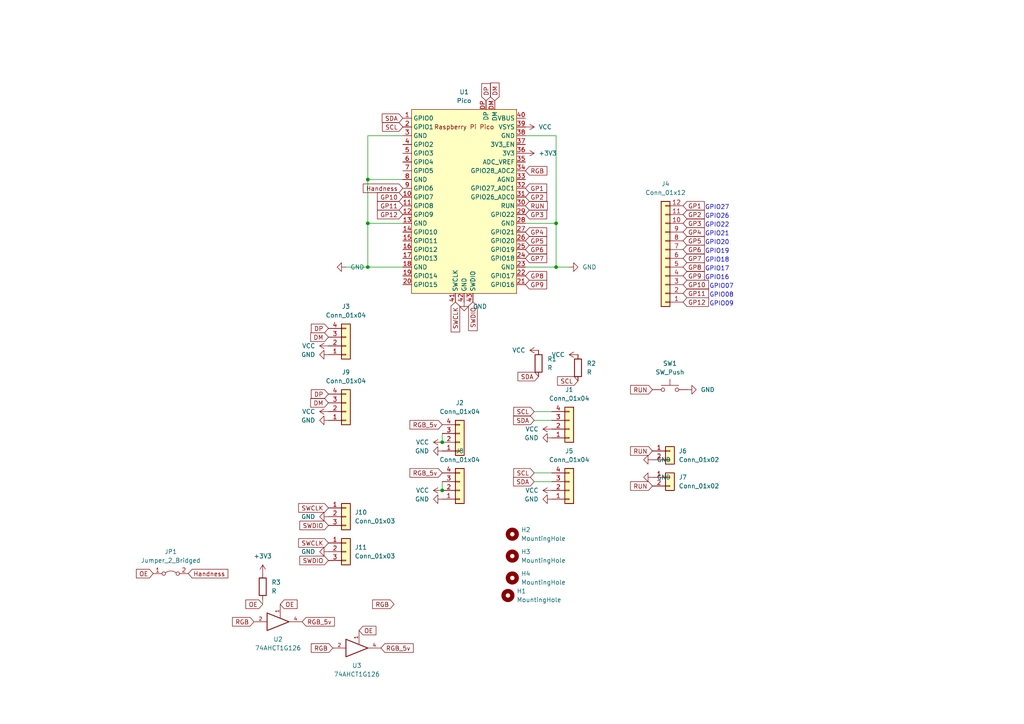
<source format=kicad_sch>
(kicad_sch (version 20211123) (generator eeschema)
  (paper "A4")
  (lib_symbols
    (symbol "74xGxx:74AHCT1G126" (pin_names (offset 1.016))
      (property "Reference" "U" (at -2.54 3.81 0))
      (property "Value" "74AHCT1G126" (at 0 -3.81 0))
      (symbol "74AHCT1G126_0_1"
        (polyline (pts (xy -3.81 2.54) (xy -3.81 -2.54) (xy 2.54 0) (xy -3.81 2.54)) (stroke (width 0.254)))
      )
      (symbol "74AHCT1G126_1_1"
        (pin input line (at 0 5.08 270) (length 3.937) (name "~") (number "1"))
        (pin input line (at -7.62 0 0) (length 3.81) (name "~") (number "2"))
        (pin power_in line (at 1.27 -1.27 270) (length 0) hide (name "GND") (number "3"))
        (pin tri_state line (at 6.35 0 180) (length 3.81) (name "~") (number "4"))
        (pin power_in line (at 1.27 1.27 90) (length 0) hide (name "VCC") (number "5"))
      )
    )
    (symbol "Connector_Generic:Conn_01x02" (pin_names (offset 1.016) hide)
      (property "Reference" "J" (at 0 2.54 0))
      (property "Value" "Conn_01x02" (at 0 -5.08 0))
      (symbol "Conn_01x02_1_1"
        (rectangle (start -1.27 -2.413) (end 0 -2.667) (stroke (width 0.1524)))
        (rectangle (start -1.27 0.127) (end 0 -0.127) (stroke (width 0.1524)))
        (rectangle (start -1.27 1.27) (end 1.27 -3.81) (stroke (width 0.254)) (fill (type background)))
        (pin passive line (at -5.08 0 0) (length 3.81) (name "Pin_1") (number "1"))
        (pin passive line (at -5.08 -2.54 0) (length 3.81) (name "Pin_2") (number "2"))
      )
    )
    (symbol "Connector_Generic:Conn_01x03" (pin_names (offset 1.016) hide)
      (property "Reference" "J" (at 0 5.08 0))
      (property "Value" "Conn_01x03" (at 0 -5.08 0))
      (symbol "Conn_01x03_1_1"
        (rectangle (start -1.27 -2.413) (end 0 -2.667) (stroke (width 0.1524)))
        (rectangle (start -1.27 0.127) (end 0 -0.127) (stroke (width 0.1524)))
        (rectangle (start -1.27 2.667) (end 0 2.413) (stroke (width 0.1524)))
        (rectangle (start -1.27 3.81) (end 1.27 -3.81) (stroke (width 0.254)) (fill (type background)))
        (pin passive line (at -5.08 2.54 0) (length 3.81) (name "Pin_1") (number "1"))
        (pin passive line (at -5.08 0 0) (length 3.81) (name "Pin_2") (number "2"))
        (pin passive line (at -5.08 -2.54 0) (length 3.81) (name "Pin_3") (number "3"))
      )
    )
    (symbol "Connector_Generic:Conn_01x04" (pin_names (offset 1.016) hide)
      (property "Reference" "J" (at 0 5.08 0))
      (property "Value" "Conn_01x04" (at 0 -7.62 0))
      (symbol "Conn_01x04_1_1"
        (rectangle (start -1.27 -4.953) (end 0 -5.207) (stroke (width 0.1524)))
        (rectangle (start -1.27 -2.413) (end 0 -2.667) (stroke (width 0.1524)))
        (rectangle (start -1.27 0.127) (end 0 -0.127) (stroke (width 0.1524)))
        (rectangle (start -1.27 2.667) (end 0 2.413) (stroke (width 0.1524)))
        (rectangle (start -1.27 3.81) (end 1.27 -6.35) (stroke (width 0.254)) (fill (type background)))
        (pin passive line (at -5.08 2.54 0) (length 3.81) (name "Pin_1") (number "1"))
        (pin passive line (at -5.08 0 0) (length 3.81) (name "Pin_2") (number "2"))
        (pin passive line (at -5.08 -2.54 0) (length 3.81) (name "Pin_3") (number "3"))
        (pin passive line (at -5.08 -5.08 0) (length 3.81) (name "Pin_4") (number "4"))
      )
    )
    (symbol "Connector_Generic:Conn_01x12" (pin_names (offset 1.016) hide)
      (property "Reference" "J" (at 0 15.24 0))
      (property "Value" "Conn_01x12" (at 0 -17.78 0))
      (symbol "Conn_01x12_1_1"
        (rectangle (start -1.27 -15.113) (end 0 -15.367) (stroke (width 0.1524)))
        (rectangle (start -1.27 -12.573) (end 0 -12.827) (stroke (width 0.1524)))
        (rectangle (start -1.27 -10.033) (end 0 -10.287) (stroke (width 0.1524)))
        (rectangle (start -1.27 -7.493) (end 0 -7.747) (stroke (width 0.1524)))
        (rectangle (start -1.27 -4.953) (end 0 -5.207) (stroke (width 0.1524)))
        (rectangle (start -1.27 -2.413) (end 0 -2.667) (stroke (width 0.1524)))
        (rectangle (start -1.27 0.127) (end 0 -0.127) (stroke (width 0.1524)))
        (rectangle (start -1.27 2.667) (end 0 2.413) (stroke (width 0.1524)))
        (rectangle (start -1.27 5.207) (end 0 4.953) (stroke (width 0.1524)))
        (rectangle (start -1.27 7.747) (end 0 7.493) (stroke (width 0.1524)))
        (rectangle (start -1.27 10.287) (end 0 10.033) (stroke (width 0.1524)))
        (rectangle (start -1.27 12.827) (end 0 12.573) (stroke (width 0.1524)))
        (rectangle (start -1.27 13.97) (end 1.27 -16.51) (stroke (width 0.254)) (fill (type background)))
        (pin passive line (at -5.08 12.7 0) (length 3.81) (name "Pin_1") (number "1"))
        (pin passive line (at -5.08 -10.16 0) (length 3.81) (name "Pin_10") (number "10"))
        (pin passive line (at -5.08 -12.7 0) (length 3.81) (name "Pin_11") (number "11"))
        (pin passive line (at -5.08 -15.24 0) (length 3.81) (name "Pin_12") (number "12"))
        (pin passive line (at -5.08 10.16 0) (length 3.81) (name "Pin_2") (number "2"))
        (pin passive line (at -5.08 7.62 0) (length 3.81) (name "Pin_3") (number "3"))
        (pin passive line (at -5.08 5.08 0) (length 3.81) (name "Pin_4") (number "4"))
        (pin passive line (at -5.08 2.54 0) (length 3.81) (name "Pin_5") (number "5"))
        (pin passive line (at -5.08 0 0) (length 3.81) (name "Pin_6") (number "6"))
        (pin passive line (at -5.08 -2.54 0) (length 3.81) (name "Pin_7") (number "7"))
        (pin passive line (at -5.08 -5.08 0) (length 3.81) (name "Pin_8") (number "8"))
        (pin passive line (at -5.08 -7.62 0) (length 3.81) (name "Pin_9") (number "9"))
      )
    )
    (symbol "Device:R" (pin_numbers hide) (pin_names (offset 0))
      (property "Reference" "R" (at 2.032 0 90))
      (property "Value" "R" (at 0 0 90))
      (symbol "R_0_1"
        (rectangle (start -1.016 -2.54) (end 1.016 2.54) (stroke (width 0.254)))
      )
      (symbol "R_1_1"
        (pin passive line (at 0 3.81 270) (length 1.27) (name "~") (number "1"))
        (pin passive line (at 0 -3.81 90) (length 1.27) (name "~") (number "2"))
      )
    )
    (symbol "Jumper:Jumper_2_Bridged" (pin_names (offset 0) hide)
      (property "Reference" "JP" (at 0 1.905 0))
      (property "Value" "Jumper_2_Bridged" (at 0 -2.54 0))
      (symbol "Jumper_2_Bridged_0_0"
        (circle (center -2.032 0) (radius 0.508))
        (circle (center 2.032 0) (radius 0.508))
      )
      (symbol "Jumper_2_Bridged_0_1"
        (arc (start 1.524 0.254) (mid 0 0.762) (end -1.524 0.254))
      )
      (symbol "Jumper_2_Bridged_1_1"
        (pin passive line (at -5.08 0 0) (length 2.54) (name "A") (number "1"))
        (pin passive line (at 5.08 0 180) (length 2.54) (name "B") (number "2"))
      )
    )
    (symbol "Mechanical:MountingHole" (pin_names (offset 1.016))
      (property "Reference" "H" (at 0 5.08 0))
      (property "Value" "MountingHole" (at 0 3.175 0))
      (symbol "MountingHole_0_1"
        (circle (center 0 0) (radius 1.27) (stroke (width 1.27)))
      )
    )
    (symbol "Switch:SW_Push" (pin_numbers hide) (pin_names (offset 1.016) hide)
      (property "Reference" "SW" (at 1.27 2.54 0))
      (property "Value" "SW_Push" (at 0 -1.524 0))
      (symbol "SW_Push_0_1"
        (circle (center -2.032 0) (radius 0.508))
        (polyline (pts (xy 0 1.27) (xy 0 3.048)))
        (polyline (pts (xy 2.54 1.27) (xy -2.54 1.27)))
        (circle (center 2.032 0) (radius 0.508))
        (pin passive line (at -5.08 0 0) (length 2.54) (name "1") (number "1"))
        (pin passive line (at 5.08 0 180) (length 2.54) (name "2") (number "2"))
      )
    )
    (symbol "pico:Pico"
      (property "Reference" "U1" (at 0 31.75 0))
      (property "Value" "Pico" (at 0 29.21 0))
      (symbol "Pico_0_0"
        (text "Raspberry Pi Pico" (at 0 21.59 0) (effects (font (size 1.27 1.27))))
      )
      (symbol "Pico_0_1"
        (rectangle (start -15.24 26.67) (end 15.24 -26.67) (fill (type background)))
      )
      (symbol "Pico_1_1"
        (pin bidirectional line (at -17.78 24.13 0) (length 2.54) (name "GPIO0") (number "1"))
        (pin bidirectional line (at -17.78 1.27 0) (length 2.54) (name "GPIO7") (number "10"))
        (pin bidirectional line (at -17.78 -1.27 0) (length 2.54) (name "GPIO8") (number "11"))
        (pin bidirectional line (at -17.78 -3.81 0) (length 2.54) (name "GPIO9") (number "12"))
        (pin power_in line (at -17.78 -6.35 0) (length 2.54) (name "GND") (number "13"))
        (pin bidirectional line (at -17.78 -8.89 0) (length 2.54) (name "GPIO10") (number "14"))
        (pin bidirectional line (at -17.78 -11.43 0) (length 2.54) (name "GPIO11") (number "15"))
        (pin bidirectional line (at -17.78 -13.97 0) (length 2.54) (name "GPIO12") (number "16"))
        (pin bidirectional line (at -17.78 -16.51 0) (length 2.54) (name "GPIO13") (number "17"))
        (pin power_in line (at -17.78 -19.05 0) (length 2.54) (name "GND") (number "18"))
        (pin bidirectional line (at -17.78 -21.59 0) (length 2.54) (name "GPIO14") (number "19"))
        (pin bidirectional line (at -17.78 21.59 0) (length 2.54) (name "GPIO1") (number "2"))
        (pin bidirectional line (at -17.78 -24.13 0) (length 2.54) (name "GPIO15") (number "20"))
        (pin bidirectional line (at 17.78 -24.13 180) (length 2.54) (name "GPIO16") (number "21"))
        (pin bidirectional line (at 17.78 -21.59 180) (length 2.54) (name "GPIO17") (number "22"))
        (pin power_in line (at 17.78 -19.05 180) (length 2.54) (name "GND") (number "23"))
        (pin bidirectional line (at 17.78 -16.51 180) (length 2.54) (name "GPIO18") (number "24"))
        (pin bidirectional line (at 17.78 -13.97 180) (length 2.54) (name "GPIO19") (number "25"))
        (pin bidirectional line (at 17.78 -11.43 180) (length 2.54) (name "GPIO20") (number "26"))
        (pin bidirectional line (at 17.78 -8.89 180) (length 2.54) (name "GPIO21") (number "27"))
        (pin power_in line (at 17.78 -6.35 180) (length 2.54) (name "GND") (number "28"))
        (pin bidirectional line (at 17.78 -3.81 180) (length 2.54) (name "GPIO22") (number "29"))
        (pin power_in line (at -17.78 19.05 0) (length 2.54) (name "GND") (number "3"))
        (pin input line (at 17.78 -1.27 180) (length 2.54) (name "RUN") (number "30"))
        (pin bidirectional line (at 17.78 1.27 180) (length 2.54) (name "GPIO26_ADC0") (number "31"))
        (pin bidirectional line (at 17.78 3.81 180) (length 2.54) (name "GPIO27_ADC1") (number "32"))
        (pin power_in line (at 17.78 6.35 180) (length 2.54) (name "AGND") (number "33"))
        (pin bidirectional line (at 17.78 8.89 180) (length 2.54) (name "GPIO28_ADC2") (number "34"))
        (pin power_in line (at 17.78 11.43 180) (length 2.54) (name "ADC_VREF") (number "35"))
        (pin power_in line (at 17.78 13.97 180) (length 2.54) (name "3V3") (number "36"))
        (pin input line (at 17.78 16.51 180) (length 2.54) (name "3V3_EN") (number "37"))
        (pin bidirectional line (at 17.78 19.05 180) (length 2.54) (name "GND") (number "38"))
        (pin power_in line (at 17.78 21.59 180) (length 2.54) (name "VSYS") (number "39"))
        (pin bidirectional line (at -17.78 16.51 0) (length 2.54) (name "GPIO2") (number "4"))
        (pin power_in line (at 17.78 24.13 180) (length 2.54) (name "VBUS") (number "40"))
        (pin input line (at -2.54 -29.21 90) (length 2.54) (name "SWCLK") (number "41"))
        (pin power_in line (at 0 -29.21 90) (length 2.54) (name "GND") (number "42"))
        (pin bidirectional line (at 2.54 -29.21 90) (length 2.54) (name "SWDIO") (number "43"))
        (pin bidirectional line (at -17.78 13.97 0) (length 2.54) (name "GPIO3") (number "5"))
        (pin bidirectional line (at -17.78 11.43 0) (length 2.54) (name "GPIO4") (number "6"))
        (pin bidirectional line (at -17.78 8.89 0) (length 2.54) (name "GPIO5") (number "7"))
        (pin power_in line (at -17.78 6.35 0) (length 2.54) (name "GND") (number "8"))
        (pin bidirectional line (at -17.78 3.81 0) (length 2.54) (name "GPIO6") (number "9"))
        (pin bidirectional line (at 8.89 29.21 270) (length 2.54) (name "DM") (number "DM"))
        (pin bidirectional line (at 6.35 29.21 270) (length 2.54) (name "DP") (number "DP"))
      )
    )
    (symbol "power:+3.3V" (power) (pin_names (offset 0))
      (property "Value" "+3.3V" (at 0 3.556 0))
      (symbol "+3.3V_0_1"
        (polyline (pts (xy -0.762 1.27) (xy 0 2.54)))
        (polyline (pts (xy 0 0) (xy 0 2.54)))
        (polyline (pts (xy 0 2.54) (xy 0.762 1.27)))
      )
      (symbol "+3.3V_1_1"
        (pin power_in line (at 0 0 90) (length 0) hide (name "+3V3") (number "1"))
      )
    )
    (symbol "power:GND" (power) (pin_names (offset 0))
      (property "Value" "GND" (at 0 -3.81 0))
      (symbol "GND_0_1"
        (polyline (pts (xy 0 0) (xy 0 -1.27) (xy 1.27 -1.27) (xy 0 -2.54) (xy -1.27 -1.27) (xy 0 -1.27)))
      )
      (symbol "GND_1_1"
        (pin power_in line (at 0 0 270) (length 0) hide (name "GND") (number "1"))
      )
    )
    (symbol "power:VCC" (power) (pin_names (offset 0))
      (property "Value" "VCC" (at 0 3.81 0))
      (symbol "VCC_0_1"
        (polyline (pts (xy -0.762 1.27) (xy 0 2.54)))
        (polyline (pts (xy 0 0) (xy 0 2.54)))
        (polyline (pts (xy 0 2.54) (xy 0.762 1.27)))
      )
      (symbol "VCC_1_1"
        (pin power_in line (at 0 0 90) (length 0) hide (name "VCC") (number "1"))
      )
    )
  )
  (junction (at 128.27 142.24))
  (junction (at 106.68 52.07))
  (junction (at 106.68 64.77))
  (junction (at 161.29 77.47))
  (junction (at 106.68 77.47))
  (junction (at 128.27 128.27))
  (junction (at 161.29 64.77))
  (wire (pts (xy 128.27 139.7) (xy 128.27 142.24)))
  (wire (pts (xy 106.68 39.37) (xy 116.84 39.37)))
  (wire (pts (xy 100.33 77.47) (xy 106.68 77.47)))
  (wire (pts (xy 106.68 64.77) (xy 116.84 64.77)))
  (wire (pts (xy 106.68 77.47) (xy 116.84 77.47)))
  (wire (pts (xy 161.29 64.77) (xy 161.29 77.47)))
  (wire (pts (xy 154.94 139.7) (xy 160.02 139.7)))
  (wire (pts (xy 152.4 64.77) (xy 161.29 64.77)))
  (wire (pts (xy 106.68 52.07) (xy 106.68 39.37)))
  (wire (pts (xy 76.2 175.26) (xy 76.2 173.99)))
  (wire (pts (xy 154.94 119.38) (xy 160.02 119.38)))
  (wire (pts (xy 161.29 39.37) (xy 161.29 64.77)))
  (wire (pts (xy 154.94 121.92) (xy 160.02 121.92)))
  (wire (pts (xy 128.27 125.73) (xy 128.27 128.27)))
  (wire (pts (xy 165.1 77.47) (xy 161.29 77.47)))
  (wire (pts (xy 106.68 52.07) (xy 116.84 52.07)))
  (wire (pts (xy 161.29 77.47) (xy 152.4 77.47)))
  (wire (pts (xy 106.68 64.77) (xy 106.68 52.07)))
  (wire (pts (xy 106.68 77.47) (xy 106.68 64.77)))
  (wire (pts (xy 154.94 137.16) (xy 160.02 137.16)))
  (wire (pts (xy 152.4 39.37) (xy 161.29 39.37)))
  (text "GPIO27" (at 204.47 60.96 0) (effects (font (size 1.27 1.27)) (justify left bottom)))
  (text "GPIO08" (at 205.74 86.36 0) (effects (font (size 1.27 1.27)) (justify left bottom)))
  (text "GPIO22" (at 204.47 66.04 0) (effects (font (size 1.27 1.27)) (justify left bottom)))
  (text "GPIO18" (at 204.47 76.2 0) (effects (font (size 1.27 1.27)) (justify left bottom)))
  (text "GPIO21" (at 204.47 68.58 0) (effects (font (size 1.27 1.27)) (justify left bottom)))
  (text "GPIO20" (at 204.47 71.12 0) (effects (font (size 1.27 1.27)) (justify left bottom)))
  (text "GPIO17" (at 204.47 78.74 0) (effects (font (size 1.27 1.27)) (justify left bottom)))
  (text "GPIO16" (at 204.47 81.28 0) (effects (font (size 1.27 1.27)) (justify left bottom)))
  (text "GPIO26\n" (at 204.47 63.5 0) (effects (font (size 1.27 1.27)) (justify left bottom)))
  (text "GPIO19" (at 204.47 73.66 0) (effects (font (size 1.27 1.27)) (justify left bottom)))
  (text "GPIO07" (at 205.74 83.82 0) (effects (font (size 1.27 1.27)) (justify left bottom)))
  (text "GPIO09" (at 205.74 88.9 0) (effects (font (size 1.27 1.27)) (justify left bottom)))
  (global_label "DP" (shape input) (at 95.25 114.3 180) (property "Intersheet References" "${INTERSHEET_REFS}" (effects hide)))
  (global_label "SDA" (shape input) (at 116.84 34.29 180) (property "Intersheet References" "${INTERSHEET_REFS}" (effects hide)))
  (global_label "GP4" (shape input) (at 198.12 67.31 0) (property "Intersheet References" "${INTERSHEET_REFS}" (effects hide)))
  (global_label "OE" (shape input) (at 76.2 175.26 180) (property "Intersheet References" "${INTERSHEET_REFS}" (effects hide)))
  (global_label "SWCLK" (shape input) (at 132.08 87.63 270) (property "Intersheet References" "${INTERSHEET_REFS}" (effects hide)))
  (global_label "GP6" (shape input) (at 152.4 72.39 0) (property "Intersheet References" "${INTERSHEET_REFS}" (effects hide)))
  (global_label "SCL" (shape input) (at 154.94 137.16 180) (property "Intersheet References" "${INTERSHEET_REFS}" (effects hide)))
  (global_label "OE" (shape input) (at 44.45 166.37 180) (property "Intersheet References" "${INTERSHEET_REFS}" (effects hide)))
  (global_label "RGB_5v" (shape input) (at 128.27 123.19 180) (property "Intersheet References" "${INTERSHEET_REFS}" (effects hide)))
  (global_label "GP4" (shape input) (at 152.4 67.31 0) (property "Intersheet References" "${INTERSHEET_REFS}" (effects hide)))
  (global_label "GP6" (shape input) (at 198.12 72.39 0) (property "Intersheet References" "${INTERSHEET_REFS}" (effects hide)))
  (global_label "GP3" (shape input) (at 152.4 62.23 0) (property "Intersheet References" "${INTERSHEET_REFS}" (effects hide)))
  (global_label "RGB" (shape input) (at 152.4 49.53 0) (property "Intersheet References" "${INTERSHEET_REFS}" (effects hide)))
  (global_label "GP11" (shape input) (at 116.84 59.69 180) (property "Intersheet References" "${INTERSHEET_REFS}" (effects hide)))
  (global_label "DM" (shape input) (at 95.25 97.79 180) (property "Intersheet References" "${INTERSHEET_REFS}" (effects hide)))
  (global_label "GP2" (shape input) (at 152.4 57.15 0) (property "Intersheet References" "${INTERSHEET_REFS}" (effects hide)))
  (global_label "GP11" (shape input) (at 198.12 85.09 0) (property "Intersheet References" "${INTERSHEET_REFS}" (effects hide)))
  (global_label "SWDIO" (shape input) (at 95.25 152.4 180) (property "Intersheet References" "${INTERSHEET_REFS}" (effects hide)))
  (global_label "GP8" (shape input) (at 152.4 80.01 0) (property "Intersheet References" "${INTERSHEET_REFS}" (effects hide)))
  (global_label "RGB" (shape input) (at 73.66 180.34 180) (property "Intersheet References" "${INTERSHEET_REFS}" (effects hide)))
  (global_label "SWDIO" (shape input) (at 137.16 87.63 270) (property "Intersheet References" "${INTERSHEET_REFS}" (effects hide)))
  (global_label "GP3" (shape input) (at 198.12 64.77 0) (property "Intersheet References" "${INTERSHEET_REFS}" (effects hide)))
  (global_label "SDA" (shape input) (at 154.94 139.7 180) (property "Intersheet References" "${INTERSHEET_REFS}" (effects hide)))
  (global_label "Handness" (shape input) (at 116.84 54.61 180) (property "Intersheet References" "${INTERSHEET_REFS}" (effects hide)))
  (global_label "DM" (shape input) (at 95.25 116.84 180) (property "Intersheet References" "${INTERSHEET_REFS}" (effects hide)))
  (global_label "DP" (shape input) (at 95.25 95.25 180) (property "Intersheet References" "${INTERSHEET_REFS}" (effects hide)))
  (global_label "GP1" (shape input) (at 198.12 59.69 0) (property "Intersheet References" "${INTERSHEET_REFS}" (effects hide)))
  (global_label "RGB_5v" (shape input) (at 110.49 187.96 0) (property "Intersheet References" "${INTERSHEET_REFS}" (effects hide)))
  (global_label "GP12" (shape input) (at 198.12 87.63 0) (property "Intersheet References" "${INTERSHEET_REFS}" (effects hide)))
  (global_label "RUN" (shape input) (at 189.23 140.97 180) (property "Intersheet References" "${INTERSHEET_REFS}" (effects hide)))
  (global_label "SWDIO" (shape input) (at 95.25 162.56 180) (property "Intersheet References" "${INTERSHEET_REFS}" (effects hide)))
  (global_label "RUN" (shape input) (at 189.23 130.81 180) (property "Intersheet References" "${INTERSHEET_REFS}" (effects hide)))
  (global_label "RUN" (shape input) (at 152.4 59.69 0) (property "Intersheet References" "${INTERSHEET_REFS}" (effects hide)))
  (global_label "RGB" (shape input) (at 114.3 175.26 180) (property "Intersheet References" "${INTERSHEET_REFS}" (effects hide)))
  (global_label "GP7" (shape input) (at 198.12 74.93 0) (property "Intersheet References" "${INTERSHEET_REFS}" (effects hide)))
  (global_label "GP9" (shape input) (at 198.12 80.01 0) (property "Intersheet References" "${INTERSHEET_REFS}" (effects hide)))
  (global_label "RGB_5v" (shape input) (at 87.63 180.34 0) (property "Intersheet References" "${INTERSHEET_REFS}" (effects hide)))
  (global_label "GP8" (shape input) (at 198.12 77.47 0) (property "Intersheet References" "${INTERSHEET_REFS}" (effects hide)))
  (global_label "SWCLK" (shape input) (at 95.25 157.48 180) (property "Intersheet References" "${INTERSHEET_REFS}" (effects hide)))
  (global_label "GP10" (shape input) (at 198.12 82.55 0) (property "Intersheet References" "${INTERSHEET_REFS}" (effects hide)))
  (global_label "SWCLK" (shape input) (at 95.25 147.32 180) (property "Intersheet References" "${INTERSHEET_REFS}" (effects hide)))
  (global_label "GP7" (shape input) (at 152.4 74.93 0) (property "Intersheet References" "${INTERSHEET_REFS}" (effects hide)))
  (global_label "SCL" (shape input) (at 116.84 36.83 180) (property "Intersheet References" "${INTERSHEET_REFS}" (effects hide)))
  (global_label "Handness" (shape input) (at 54.61 166.37 0) (property "Intersheet References" "${INTERSHEET_REFS}" (effects hide)))
  (global_label "GP5" (shape input) (at 152.4 69.85 0) (property "Intersheet References" "${INTERSHEET_REFS}" (effects hide)))
  (global_label "GP2" (shape input) (at 198.12 62.23 0) (property "Intersheet References" "${INTERSHEET_REFS}" (effects hide)))
  (global_label "SDA" (shape input) (at 154.94 121.92 180) (property "Intersheet References" "${INTERSHEET_REFS}" (effects hide)))
  (global_label "SCL" (shape input) (at 154.94 119.38 180) (property "Intersheet References" "${INTERSHEET_REFS}" (effects hide)))
  (global_label "GP10" (shape input) (at 116.84 57.15 180) (property "Intersheet References" "${INTERSHEET_REFS}" (effects hide)))
  (global_label "RGB_5v" (shape input) (at 128.27 137.16 180) (property "Intersheet References" "${INTERSHEET_REFS}" (effects hide)))
  (global_label "GP5" (shape input) (at 198.12 69.85 0) (property "Intersheet References" "${INTERSHEET_REFS}" (effects hide)))
  (global_label "SCL" (shape input) (at 167.64 110.49 180) (property "Intersheet References" "${INTERSHEET_REFS}" (effects hide)))
  (global_label "DP" (shape input) (at 140.97 29.21 90) (property "Intersheet References" "${INTERSHEET_REFS}" (effects hide)))
  (global_label "GP9" (shape input) (at 152.4 82.55 0) (property "Intersheet References" "${INTERSHEET_REFS}" (effects hide)))
  (global_label "SDA" (shape input) (at 156.21 109.22 180) (property "Intersheet References" "${INTERSHEET_REFS}" (effects hide)))
  (global_label "GP12" (shape input) (at 116.84 62.23 180) (property "Intersheet References" "${INTERSHEET_REFS}" (effects hide)))
  (global_label "DM" (shape input) (at 143.51 29.21 90) (property "Intersheet References" "${INTERSHEET_REFS}" (effects hide)))
  (global_label "RGB" (shape input) (at 96.52 187.96 180) (property "Intersheet References" "${INTERSHEET_REFS}" (effects hide)))
  (global_label "OE" (shape input) (at 104.14 182.88 0) (property "Intersheet References" "${INTERSHEET_REFS}" (effects hide)))
  (global_label "OE" (shape input) (at 81.28 175.26 0) (property "Intersheet References" "${INTERSHEET_REFS}" (effects hide)))
  (global_label "GP1" (shape input) (at 152.4 54.61 0) (property "Intersheet References" "${INTERSHEET_REFS}" (effects hide)))
  (global_label "RUN" (shape input) (at 189.23 113.03 180) (property "Intersheet References" "${INTERSHEET_REFS}" (effects hide)))
  (symbol (lib_id "Connector_Generic:Conn_01x12") (at 193.04 74.93 180) (unit 1)
    (property "Reference" "J4" (at 193.04 53.34 0))
    (property "Value" "Conn_01x12" (at 193.04 55.88 0))
    (property "Footprint" "ergodash_controller:HDGC_1.0K-J-12PW" (effects hide))
  )
  (symbol (lib_id "power:GND") (at 189.23 138.43 270) (unit 1)
    (property "Reference" "#PWR0109" (effects hide))
    (property "Value" "GND" (at 190.5 138.4299 90) (effects (justify left)))
  )
  (symbol (lib_id "power:GND") (at 128.27 144.78 270) (unit 1)
    (property "Reference" "#PWR0117" (effects hide))
    (property "Value" "GND" (at 124.46 144.7799 90) (effects (justify right)))
  )
  (symbol (lib_id "power:GND") (at 128.27 130.81 270) (unit 1)
    (property "Reference" "#PWR0113" (effects hide))
    (property "Value" "GND" (at 124.46 130.8099 90) (effects (justify right)))
  )
  (symbol (lib_id "power:GND") (at 134.62 87.63 0) (unit 1)
    (property "Reference" "#PWR0121" (effects hide))
    (property "Value" "GND" (at 137.16 88.8999 0) (effects (justify left)))
  )
  (symbol (lib_id "power:GND") (at 95.25 160.02 270) (unit 1)
    (property "Reference" "#PWR0123" (effects hide))
    (property "Value" "GND" (at 91.44 160.0199 90) (effects (justify right)))
  )
  (symbol (lib_id "Connector_Generic:Conn_01x04") (at 165.1 142.24 0) (mirror x) (unit 1)
    (property "Reference" "J5" (at 165.1 130.81 0))
    (property "Value" "Conn_01x04" (at 165.1 133.35 0))
    (property "Footprint" "Connector_JST:JST_SH_SM04B-SRSS-TB_1x04-1MP_P1.00mm_Horizontal" (effects hide))
  )
  (symbol (lib_id "pico:Pico") (at 134.62 58.42 0) (unit 1)
    (property "Reference" "U1" (at 134.62 26.67 0))
    (property "Value" "Pico" (at 134.62 29.21 0))
    (property "Footprint" "ergodash_controller:RPi_Pico_SMD_TH" (effects hide))
  )
  (symbol (lib_id "Connector_Generic:Conn_01x04") (at 100.33 100.33 0) (mirror x) (unit 1)
    (property "Reference" "J3" (at 100.33 88.9 0))
    (property "Value" "Conn_01x04" (at 100.33 91.44 0))
    (property "Footprint" "Connector_JST:JST_SH_SM04B-SRSS-TB_1x04-1MP_P1.00mm_Horizontal" (effects hide))
  )
  (symbol (lib_id "power:GND") (at 189.23 133.35 270) (unit 1)
    (property "Reference" "#PWR0108" (effects hide))
    (property "Value" "GND" (at 190.5 133.3499 90) (effects (justify left)))
  )
  (symbol (lib_id "power:VCC") (at 128.27 142.24 90) (unit 1)
    (property "Reference" "#PWR0118" (effects hide))
    (property "Value" "VCC" (at 124.46 142.2399 90) (effects (justify left)))
  )
  (symbol (lib_id "power:GND") (at 160.02 144.78 270) (unit 1)
    (property "Reference" "#PWR0106" (effects hide))
    (property "Value" "GND" (at 156.21 144.7799 90) (effects (justify right)))
  )
  (symbol (lib_id "power:VCC") (at 95.25 119.38 90) (unit 1)
    (property "Reference" "#PWR0119" (effects hide))
    (property "Value" "VCC" (at 91.44 119.3799 90) (effects (justify left)))
  )
  (symbol (lib_id "Connector_Generic:Conn_01x04") (at 133.35 142.24 0) (mirror x) (unit 1)
    (property "Reference" "J8" (at 133.35 130.81 0))
    (property "Value" "Conn_01x04" (at 133.35 133.35 0))
    (property "Footprint" "Connector_JST:JST_SH_SM04B-SRSS-TB_1x04-1MP_P1.00mm_Horizontal" (effects hide))
  )
  (symbol (lib_id "power:VCC") (at 95.25 100.33 90) (unit 1)
    (property "Reference" "#PWR0116" (effects hide))
    (property "Value" "VCC" (at 91.44 100.3299 90) (effects (justify left)))
  )
  (symbol (lib_id "Mechanical:MountingHole") (at 148.59 161.29 0) (unit 1)
    (property "Reference" "H3" (at 151.13 160.0199 0) (effects (justify left)))
    (property "Value" "MountingHole" (at 151.13 162.5599 0) (effects (justify left)))
    (property "Footprint" "MountingHole:MountingHole_2.1mm" (effects hide))
  )
  (symbol (lib_id "power:GND") (at 95.25 121.92 270) (unit 1)
    (property "Reference" "#PWR0120" (effects hide))
    (property "Value" "GND" (at 91.44 121.9199 90) (effects (justify right)))
  )
  (symbol (lib_id "Mechanical:MountingHole") (at 147.32 172.72 0) (unit 1)
    (property "Reference" "H1" (at 149.86 171.4499 0) (effects (justify left)))
    (property "Value" "MountingHole" (at 149.86 173.9899 0) (effects (justify left)))
    (property "Footprint" "MountingHole:MountingHole_2.1mm" (effects hide))
  )
  (symbol (lib_id "74xGxx:74AHCT1G126") (at 81.28 180.34 0) (unit 1)
    (property "Reference" "U2" (at 80.645 185.42 0))
    (property "Value" "74AHCT1G126" (at 80.645 187.96 0))
    (property "Footprint" "Package_TO_SOT_SMD:SOT-23-5_HandSoldering" (effects hide))
    (property "Datasheet" "http://www.ti.com/lit/sg/scyt129e/scyt129e.pdf" (effects hide))
  )
  (symbol (lib_id "74xGxx:74AHCT1G126") (at 104.14 187.96 0) (unit 1)
    (property "Reference" "U3" (at 103.505 193.04 0))
    (property "Value" "74AHCT1G126" (at 103.505 195.58 0))
    (property "Footprint" "Package_TO_SOT_SMD:SOT-23-5_HandSoldering" (effects hide))
    (property "Datasheet" "http://www.ti.com/lit/sg/scyt129e/scyt129e.pdf" (effects hide))
  )
  (symbol (lib_id "power:VCC") (at 167.64 102.87 90) (unit 1)
    (property "Reference" "#PWR0112" (effects hide))
    (property "Value" "VCC" (at 163.83 102.8699 90) (effects (justify left)))
  )
  (symbol (lib_id "Connector_Generic:Conn_01x04") (at 165.1 124.46 0) (mirror x) (unit 1)
    (property "Reference" "J1" (at 165.1 113.03 0))
    (property "Value" "Conn_01x04" (at 165.1 115.57 0))
    (property "Footprint" "Connector_JST:JST_SH_SM04B-SRSS-TB_1x04-1MP_P1.00mm_Horizontal" (effects hide))
  )
  (symbol (lib_id "Device:R") (at 156.21 105.41 0) (unit 1)
    (property "Reference" "R1" (at 158.75 104.1399 0) (effects (justify left)))
    (property "Value" "R" (at 158.75 106.6799 0) (effects (justify left)))
    (property "Footprint" "Resistor_SMD:R_0805_2012Metric_Pad1.20x1.40mm_HandSolder" (effects hide))
  )
  (symbol (lib_id "Connector_Generic:Conn_01x04") (at 100.33 119.38 0) (mirror x) (unit 1)
    (property "Reference" "J9" (at 100.33 107.95 0))
    (property "Value" "Conn_01x04" (at 100.33 110.49 0))
    (property "Footprint" "Connector_JST:JST_SH_SM04B-SRSS-TB_1x04-1MP_P1.00mm_Horizontal" (effects hide))
  )
  (symbol (lib_id "power:VCC") (at 160.02 124.46 90) (unit 1)
    (property "Reference" "#PWR0102" (effects hide))
    (property "Value" "VCC" (at 156.21 124.4599 90) (effects (justify left)))
  )
  (symbol (lib_id "Device:R") (at 167.64 106.68 0) (unit 1)
    (property "Reference" "R2" (at 170.18 105.4099 0) (effects (justify left)))
    (property "Value" "R" (at 170.18 107.9499 0) (effects (justify left)))
    (property "Footprint" "Resistor_SMD:R_0805_2012Metric_Pad1.20x1.40mm_HandSolder" (effects hide))
  )
  (symbol (lib_id "Mechanical:MountingHole") (at 148.59 167.64 0) (unit 1)
    (property "Reference" "H4" (at 151.13 166.3699 0) (effects (justify left)))
    (property "Value" "MountingHole" (at 151.13 168.9099 0) (effects (justify left)))
    (property "Footprint" "MountingHole:MountingHole_2.1mm" (effects hide))
  )
  (symbol (lib_id "power:GND") (at 95.25 149.86 270) (unit 1)
    (property "Reference" "#PWR0122" (effects hide))
    (property "Value" "GND" (at 91.44 149.8599 90) (effects (justify right)))
  )
  (symbol (lib_id "Switch:SW_Push") (at 194.31 113.03 0) (unit 1)
    (property "Reference" "SW1" (at 194.31 105.41 0))
    (property "Value" "SW_Push" (at 194.31 107.95 0))
    (property "Footprint" "Button_Switch_THT:SW_PUSH_6mm" (effects hide))
  )
  (symbol (lib_id "power:VCC") (at 160.02 142.24 90) (unit 1)
    (property "Reference" "#PWR0105" (effects hide))
    (property "Value" "VCC" (at 156.21 142.2399 90) (effects (justify left)))
  )
  (symbol (lib_id "power:GND") (at 199.39 113.03 90) (unit 1)
    (property "Reference" "#PWR0103" (effects hide))
    (property "Value" "GND" (at 203.2 113.0299 90) (effects (justify right)))
  )
  (symbol (lib_id "Connector_Generic:Conn_01x02") (at 194.31 138.43 0) (unit 1)
    (property "Reference" "J7" (at 196.85 138.4299 0) (effects (justify left)))
    (property "Value" "Conn_01x02" (at 196.85 140.9699 0) (effects (justify left)))
    (property "Footprint" "Connector_JST:JST_SHL_SM02B-SHLS-TF_1x02-1MP_P1.00mm_Horizontal" (effects hide))
  )
  (symbol (lib_id "Jumper:Jumper_2_Bridged") (at 49.53 166.37 0) (unit 1)
    (property "Reference" "JP1" (at 49.53 160.02 0))
    (property "Value" "Jumper_2_Bridged" (at 49.53 162.56 0))
    (property "Footprint" "Jumper:SolderJumper-2_P1.3mm_Open_RoundedPad1.0x1.5mm" (effects hide))
  )
  (symbol (lib_id "Mechanical:MountingHole") (at 148.59 154.94 0) (unit 1)
    (property "Reference" "H2" (at 151.13 153.6699 0) (effects (justify left)))
    (property "Value" "MountingHole" (at 151.13 156.2099 0) (effects (justify left)))
    (property "Footprint" "MountingHole:MountingHole_2.1mm" (effects hide))
  )
  (symbol (lib_id "power:VCC") (at 128.27 128.27 90) (unit 1)
    (property "Reference" "#PWR0114" (effects hide))
    (property "Value" "VCC" (at 124.46 128.2699 90) (effects (justify left)))
  )
  (symbol (lib_id "power:GND") (at 95.25 102.87 270) (unit 1)
    (property "Reference" "#PWR0115" (effects hide))
    (property "Value" "GND" (at 91.44 102.8699 90) (effects (justify right)))
  )
  (symbol (lib_id "power:GND") (at 100.33 77.47 270) (unit 1)
    (property "Reference" "#PWR0107" (effects hide))
    (property "Value" "GND" (at 101.6 77.4699 90) (effects (justify left)))
  )
  (symbol (lib_id "power:GND") (at 160.02 127 270) (unit 1)
    (property "Reference" "#PWR0101" (effects hide))
    (property "Value" "GND" (at 156.21 126.9999 90) (effects (justify right)))
  )
  (symbol (lib_id "Connector_Generic:Conn_01x02") (at 194.31 130.81 0) (unit 1)
    (property "Reference" "J6" (at 196.85 130.8099 0) (effects (justify left)))
    (property "Value" "Conn_01x02" (at 196.85 133.3499 0) (effects (justify left)))
    (property "Footprint" "Connector_JST:JST_SHL_SM02B-SHLS-TF_1x02-1MP_P1.00mm_Horizontal" (effects hide))
  )
  (symbol (lib_id "power:+3.3V") (at 76.2 166.37 0) (mirror y) (unit 1)
    (property "Reference" "#PWR0125" (effects hide))
    (property "Value" "+3.3V" (at 76.2 161.29 0))
  )
  (symbol (lib_id "power:+3.3V") (at 152.4 44.45 270) (unit 1)
    (property "Reference" "#PWR0124" (effects hide))
    (property "Value" "+3.3V" (at 156.21 44.4499 90) (effects (justify left)))
  )
  (symbol (lib_id "power:VCC") (at 156.21 101.6 90) (unit 1)
    (property "Reference" "#PWR0111" (effects hide))
    (property "Value" "VCC" (at 152.4 101.5999 90) (effects (justify left)))
  )
  (symbol (lib_id "Device:R") (at 76.2 170.18 180) (unit 1)
    (property "Reference" "R3" (at 78.74 168.9099 0) (effects (justify right)))
    (property "Value" "R" (at 78.74 171.4499 0) (effects (justify right)))
    (property "Footprint" "ergodash_controller:R_0805_2012Metric_Pad1.20x1.40mm_HandSolder_reversible" (effects hide))
  )
  (symbol (lib_id "power:VCC") (at 152.4 36.83 270) (unit 1)
    (property "Reference" "#PWR0110" (effects hide))
    (property "Value" "VCC" (at 156.21 36.8299 90) (effects (justify left)))
  )
  (symbol (lib_id "Connector_Generic:Conn_01x04") (at 133.35 128.27 0) (mirror x) (unit 1)
    (property "Reference" "J2" (at 133.35 116.84 0))
    (property "Value" "Conn_01x04" (at 133.35 119.38 0))
    (property "Footprint" "Connector_JST:JST_SH_SM04B-SRSS-TB_1x04-1MP_P1.00mm_Horizontal" (effects hide))
  )
  (symbol (lib_id "Connector_Generic:Conn_01x03") (at 100.33 149.86 0) (unit 1)
    (property "Reference" "J10" (at 102.87 148.5899 0) (effects (justify left)))
    (property "Value" "Conn_01x03" (at 102.87 151.1299 0) (effects (justify left)))
    (property "Footprint" "Connector_JST:JST_SH_SM03B-SRSS-TB_1x03-1MP_P1.00mm_Horizontal" (effects hide))
  )
  (symbol (lib_id "Connector_Generic:Conn_01x03") (at 100.33 160.02 0) (unit 1)
    (property "Reference" "J11" (at 102.87 158.7499 0) (effects (justify left)))
    (property "Value" "Conn_01x03" (at 102.87 161.2899 0) (effects (justify left)))
    (property "Footprint" "Connector_JST:JST_SH_SM03B-SRSS-TB_1x03-1MP_P1.00mm_Horizontal" (effects hide))
  )
  (symbol (lib_id "power:GND") (at 165.1 77.47 90) (unit 1)
    (property "Reference" "#PWR0104" (effects hide))
    (property "Value" "GND" (at 168.91 77.4699 90) (effects (justify right)))
  )
)
</source>
